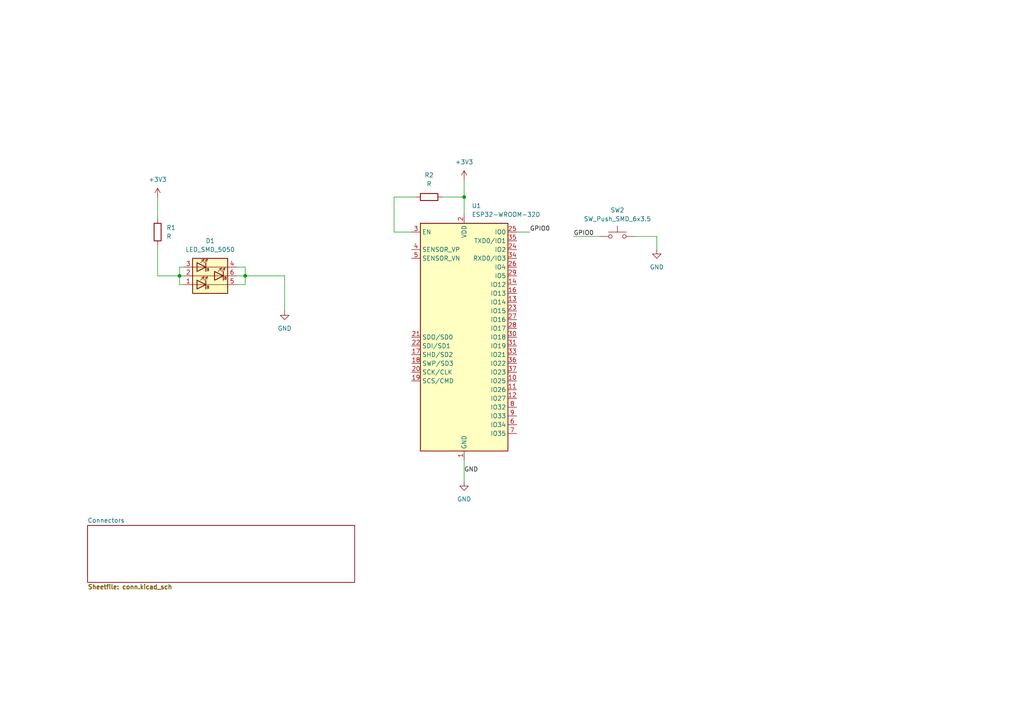
<source format=kicad_sch>
(kicad_sch (version 20231120) (generator "eeschema") (generator_version "8.0")
  (paper "A4")
  (lib_symbols
    (symbol "Alexander_Library_Symbols:LED_SMD_5050" (pin_names hide)
      (property "Reference" "D" (at -5.08 6.35 0))
      (property "Value" "LED_SMD_5050" (at -5.08 -6.35 0))
      (symbol "LED_SMD_5050_0_0"
        (text "B" (at -0.635 -3.3274 0) (effects (font (size 0.762 0.762))))
      )
      (symbol "LED_SMD_5050_0_1"
        (rectangle (start -5.08 5.08) (end 5.08 -5.08) (stroke (width 0.254)) (fill (type background)))
        (polyline (pts (xy -5.08 -2.54) (xy 5.08 -2.54)))
        (polyline (pts (xy -5.08 0) (xy 5.08 0)))
        (polyline (pts (xy -5.08 2.54) (xy 5.08 2.54)))
        (polyline (pts (xy -2.794 -1.27) (xy -1.778 -0.254)))
        (polyline (pts (xy -2.794 3.81) (xy -1.778 4.826)))
        (polyline (pts (xy -1.778 -1.27) (xy -0.762 -0.254)))
        (polyline (pts (xy -1.778 3.81) (xy -0.762 4.826)))
        (polyline (pts (xy -1.27 -1.27) (xy -1.27 -3.81)) (stroke (width 0.254)))
        (polyline (pts (xy -1.27 3.81) (xy -1.27 1.27)) (stroke (width 0.254)))
        (polyline (pts (xy 2.286 1.27) (xy 3.302 2.286)))
        (polyline (pts (xy 3.302 1.27) (xy 4.318 2.286)))
        (polyline (pts (xy 3.81 1.27) (xy 3.81 -1.27)) (stroke (width 0.254)))
        (polyline (pts (xy -2.54 4.572) (xy -1.778 4.826) (xy -2.032 4.064)))
        (polyline (pts (xy -2.032 -1.016) (xy -1.778 -0.254) (xy -2.54 -0.508)))
        (polyline (pts (xy -1.524 -0.508) (xy -0.762 -0.254) (xy -1.016 -1.016)))
        (polyline (pts (xy -1.524 4.572) (xy -0.762 4.826) (xy -1.016 4.064)))
        (polyline (pts (xy 3.048 1.524) (xy 3.302 2.286) (xy 2.54 2.032)))
        (polyline (pts (xy 3.556 2.032) (xy 4.318 2.286) (xy 4.064 1.524)))
        (polyline (pts (xy -3.81 -1.27) (xy -3.81 -3.81) (xy -1.27 -2.54) (xy -3.81 -1.27)) (stroke (width 0.254)))
        (polyline (pts (xy -3.81 3.81) (xy -3.81 1.27) (xy -1.27 2.54) (xy -3.81 3.81)) (stroke (width 0.254)))
        (polyline (pts (xy 1.27 1.27) (xy 1.27 -1.27) (xy 3.81 0) (xy 1.27 1.27)) (stroke (width 0.254)))
      )
      (symbol "LED_SMD_5050_1_0"
        (text "B" (at -0.635 1.8034 0) (effects (font (size 0.762 0.762))))
        (text "B" (at 4.4196 -0.7112 0) (effects (font (size 0.762 0.762))))
      )
      (symbol "LED_SMD_5050_1_1"
        (pin passive line (at -7.62 -2.54 0) (length 2.54) (name "AB") (number "1"))
        (pin passive line (at -7.62 0 0) (length 2.54) (name "KB") (number "2"))
        (pin passive line (at -7.62 2.54 0) (length 2.54) (name "AR") (number "3"))
        (pin passive line (at 7.62 2.54 180) (length 2.54) (name "KR") (number "4"))
        (pin passive line (at 7.62 -2.54 180) (length 2.54) (name "AG") (number "5"))
        (pin passive line (at 7.62 0 180) (length 2.54) (name "KR") (number "6"))
      )
    )
    (symbol "Alexander_Library_Symbols:SW_Push_SMD_6x3.5" (pin_numbers hide) (pin_names (offset 1.016) hide)
      (property "Reference" "SW" (at 1.27 2.54 0))
      (property "Value" "SW_Push_SMD_6x3.5" (at 0 -1.524 0))
      (symbol "SW_Push_SMD_6x3.5_0_1"
        (circle (center -2.032 0) (radius 0.508))
        (polyline (pts (xy 0 1.27) (xy 0 3.048)))
        (polyline (pts (xy 2.54 1.27) (xy -2.54 1.27)))
        (circle (center 2.032 0) (radius 0.508))
        (pin passive line (at -5.08 0 0) (length 2.54) (name "1") (number "1"))
        (pin passive line (at 5.08 0 180) (length 2.54) (name "2") (number "2"))
      )
    )
    (symbol "Device:R" (pin_numbers hide) (pin_names (offset 0))
      (property "Reference" "R" (at 2.032 0 90))
      (property "Value" "R" (at 0 0 90))
      (symbol "R_0_1"
        (rectangle (start -1.016 -2.54) (end 1.016 2.54) (stroke (width 0.254)))
      )
      (symbol "R_1_1"
        (pin passive line (at 0 3.81 270) (length 1.27) (name "~") (number "1"))
        (pin passive line (at 0 -3.81 90) (length 1.27) (name "~") (number "2"))
      )
    )
    (symbol "RF_Module:ESP32-WROOM-32D"
      (property "Reference" "U" (at -12.7 34.29 0))
      (property "Value" "ESP32-WROOM-32D" (at 1.27 34.29 0))
      (symbol "ESP32-WROOM-32D_0_1"
        (rectangle (start -12.7 33.02) (end 12.7 -33.02) (stroke (width 0.254)) (fill (type background)))
      )
      (symbol "ESP32-WROOM-32D_1_1"
        (pin power_in line (at 0 -35.56 90) (length 2.54) (name "GND") (number "1"))
        (pin bidirectional line (at 15.24 -12.7 180) (length 2.54) (name "IO25") (number "10"))
        (pin bidirectional line (at 15.24 -15.24 180) (length 2.54) (name "IO26") (number "11"))
        (pin bidirectional line (at 15.24 -17.78 180) (length 2.54) (name "IO27") (number "12"))
        (pin bidirectional line (at 15.24 10.16 180) (length 2.54) (name "IO14") (number "13"))
        (pin bidirectional line (at 15.24 15.24 180) (length 2.54) (name "IO12") (number "14"))
        (pin passive line (at 0 -35.56 90) (length 2.54) hide (name "GND") (number "15"))
        (pin bidirectional line (at 15.24 12.7 180) (length 2.54) (name "IO13") (number "16"))
        (pin bidirectional line (at -15.24 -5.08 0) (length 2.54) (name "SHD/SD2") (number "17"))
        (pin bidirectional line (at -15.24 -7.62 0) (length 2.54) (name "SWP/SD3") (number "18"))
        (pin bidirectional line (at -15.24 -12.7 0) (length 2.54) (name "SCS/CMD") (number "19"))
        (pin power_in line (at 0 35.56 270) (length 2.54) (name "VDD") (number "2"))
        (pin bidirectional line (at -15.24 -10.16 0) (length 2.54) (name "SCK/CLK") (number "20"))
        (pin bidirectional line (at -15.24 0 0) (length 2.54) (name "SDO/SD0") (number "21"))
        (pin bidirectional line (at -15.24 -2.54 0) (length 2.54) (name "SDI/SD1") (number "22"))
        (pin bidirectional line (at 15.24 7.62 180) (length 2.54) (name "IO15") (number "23"))
        (pin bidirectional line (at 15.24 25.4 180) (length 2.54) (name "IO2") (number "24"))
        (pin bidirectional line (at 15.24 30.48 180) (length 2.54) (name "IO0") (number "25"))
        (pin bidirectional line (at 15.24 20.32 180) (length 2.54) (name "IO4") (number "26"))
        (pin bidirectional line (at 15.24 5.08 180) (length 2.54) (name "IO16") (number "27"))
        (pin bidirectional line (at 15.24 2.54 180) (length 2.54) (name "IO17") (number "28"))
        (pin bidirectional line (at 15.24 17.78 180) (length 2.54) (name "IO5") (number "29"))
        (pin input line (at -15.24 30.48 0) (length 2.54) (name "EN") (number "3"))
        (pin bidirectional line (at 15.24 0 180) (length 2.54) (name "IO18") (number "30"))
        (pin bidirectional line (at 15.24 -2.54 180) (length 2.54) (name "IO19") (number "31"))
        (pin no_connect line (at -12.7 -27.94 0) (length 2.54) hide (name "NC") (number "32"))
        (pin bidirectional line (at 15.24 -5.08 180) (length 2.54) (name "IO21") (number "33"))
        (pin bidirectional line (at 15.24 22.86 180) (length 2.54) (name "RXD0/IO3") (number "34"))
        (pin bidirectional line (at 15.24 27.94 180) (length 2.54) (name "TXD0/IO1") (number "35"))
        (pin bidirectional line (at 15.24 -7.62 180) (length 2.54) (name "IO22") (number "36"))
        (pin bidirectional line (at 15.24 -10.16 180) (length 2.54) (name "IO23") (number "37"))
        (pin passive line (at 0 -35.56 90) (length 2.54) hide (name "GND") (number "38"))
        (pin passive line (at 0 -35.56 90) (length 2.54) hide (name "GND") (number "39"))
        (pin input line (at -15.24 25.4 0) (length 2.54) (name "SENSOR_VP") (number "4"))
        (pin input line (at -15.24 22.86 0) (length 2.54) (name "SENSOR_VN") (number "5"))
        (pin input line (at 15.24 -25.4 180) (length 2.54) (name "IO34") (number "6"))
        (pin input line (at 15.24 -27.94 180) (length 2.54) (name "IO35") (number "7"))
        (pin bidirectional line (at 15.24 -20.32 180) (length 2.54) (name "IO32") (number "8"))
        (pin bidirectional line (at 15.24 -22.86 180) (length 2.54) (name "IO33") (number "9"))
      )
    )
    (symbol "power:+3V3" (power) (pin_numbers hide) (pin_names (offset 0) hide)
      (property "Value" "+3V3" (at 0 3.556 0))
      (symbol "+3V3_0_1"
        (polyline (pts (xy -0.762 1.27) (xy 0 2.54)))
        (polyline (pts (xy 0 0) (xy 0 2.54)))
        (polyline (pts (xy 0 2.54) (xy 0.762 1.27)))
      )
      (symbol "+3V3_1_1"
        (pin power_in line (at 0 0 90) (length 0) (name "~") (number "1"))
      )
    )
    (symbol "power:GND" (power) (pin_numbers hide) (pin_names (offset 0) hide)
      (property "Value" "GND" (at 0 -3.81 0))
      (symbol "GND_0_1"
        (polyline (pts (xy 0 0) (xy 0 -1.27) (xy 1.27 -1.27) (xy 0 -2.54) (xy -1.27 -1.27) (xy 0 -1.27)))
      )
      (symbol "GND_1_1"
        (pin power_in line (at 0 0 270) (length 0) (name "~") (number "1"))
      )
    )
  )
  (junction (at 52.07 80.01))
  (junction (at 134.62 57.15))
  (junction (at 71.12 80.01))
  (wire (pts (xy 128.27 57.15) (xy 134.62 57.15)))
  (wire (pts (xy 190.5 68.58) (xy 190.5 72.39)))
  (wire (pts (xy 71.12 82.55) (xy 71.12 80.01)))
  (wire (pts (xy 71.12 80.01) (xy 82.55 80.01)))
  (wire (pts (xy 68.58 82.55) (xy 71.12 82.55)))
  (wire (pts (xy 45.72 71.12) (xy 45.72 80.01)))
  (wire (pts (xy 134.62 52.07) (xy 134.62 57.15)))
  (wire (pts (xy 71.12 77.47) (xy 71.12 80.01)))
  (wire (pts (xy 68.58 77.47) (xy 71.12 77.47)))
  (wire (pts (xy 52.07 80.01) (xy 53.34 80.01)))
  (wire (pts (xy 166.37 68.58) (xy 173.99 68.58)))
  (wire (pts (xy 45.72 80.01) (xy 52.07 80.01)))
  (wire (pts (xy 114.3 67.31) (xy 114.3 57.15)))
  (wire (pts (xy 82.55 80.01) (xy 82.55 90.17)))
  (wire (pts (xy 52.07 82.55) (xy 52.07 80.01)))
  (wire (pts (xy 119.38 67.31) (xy 114.3 67.31)))
  (wire (pts (xy 68.58 80.01) (xy 71.12 80.01)))
  (wire (pts (xy 134.62 133.35) (xy 134.62 139.7)))
  (wire (pts (xy 45.72 57.15) (xy 45.72 63.5)))
  (wire (pts (xy 114.3 57.15) (xy 120.65 57.15)))
  (wire (pts (xy 134.62 57.15) (xy 134.62 62.23)))
  (wire (pts (xy 149.86 67.31) (xy 153.67 67.31)))
  (wire (pts (xy 52.07 77.47) (xy 52.07 80.01)))
  (wire (pts (xy 53.34 77.47) (xy 52.07 77.47)))
  (wire (pts (xy 53.34 82.55) (xy 52.07 82.55)))
  (wire (pts (xy 184.15 68.58) (xy 190.5 68.58)))
  (label "GND" (at 134.62 137.16 0))
  (label "GPIO0" (at 166.37 68.58 0))
  (label "GPIO0" (at 153.67 67.31 0))
  (symbol (lib_id "Alexander_Library_Symbols:SW_Push_SMD_6x3.5") (at 179.07 68.58 0) (unit 1)
    (property "Reference" "SW2" (at 179.07 60.96 0))
    (property "Value" "SW_Push_SMD_6x3.5" (at 179.07 63.5 0))
    (property "Footprint" "Alexander Footprint Library:SW_PUSH_6x3.5mm" (effects (hide yes)))
  )
  (symbol (lib_id "power:+3V3") (at 45.72 57.15 0) (unit 1)
    (property "Reference" "#PWR05" (effects (hide yes)))
    (property "Value" "+3V3" (at 45.72 52.07 0))
    (property "Description" "Power symbol creates a global label with name \"+3V3\"" (effects (hide yes)))
  )
  (symbol (lib_id "power:+3V3") (at 134.62 52.07 0) (unit 1)
    (property "Reference" "#PWR02" (effects (hide yes)))
    (property "Value" "+3V3" (at 134.62 46.99 0))
    (property "Description" "Power symbol creates a global label with name \"+3V3\"" (effects (hide yes)))
  )
  (symbol (lib_id "RF_Module:ESP32-WROOM-32D") (at 134.62 97.79 0) (unit 1)
    (property "Reference" "U1" (at 136.8141 59.69 0) (effects (justify left)))
    (property "Value" "ESP32-WROOM-32D" (at 136.8141 62.23 0) (effects (justify left)))
    (property "Footprint" "Alexander Footprint Library:ESP32-WROOM-Adapter-Legacy-v3" (effects (hide yes)))
    (property "Datasheet" "https://www.espressif.com/sites/default/files/documentation/esp32-wroom-32d_esp32-wroom-32u_datasheet_en.pdf" (effects (hide yes)))
  )
  (symbol (lib_id "Alexander_Library_Symbols:LED_SMD_5050") (at 60.96 80.01 0) (unit 1)
    (property "Reference" "D1" (at 60.96 69.85 0))
    (property "Value" "LED_SMD_5050" (at 60.96 72.39 0))
    (property "Footprint" "Alexander Footprint Library:LED_5050-6" (effects (hide yes)))
    (property "Datasheet" "https://www.cree.com/led-components/media/documents/CLS6B-FKW.pdf" (effects (hide yes)))
    (property "Description" "Cree PLCC6 3 in 1 SMD LED, PLCC-6" (effects (hide yes)))
  )
  (symbol (lib_id "Device:R") (at 45.72 67.31 0) (unit 1)
    (property "Reference" "R1" (at 48.26 66.0399 0) (effects (justify left)))
    (property "Value" "R" (at 48.26 68.5799 0) (effects (justify left)))
    (property "Footprint" "Resistor_SMD:R_1206_3216Metric_Pad1.30x1.75mm_HandSolder" (effects (hide yes)))
    (property "Description" "Resistor" (effects (hide yes)))
  )
  (symbol (lib_id "power:GND") (at 82.55 90.17 0) (unit 1)
    (property "Reference" "#PWR04" (effects (hide yes)))
    (property "Value" "GND" (at 82.55 95.25 0))
    (property "Description" "Power symbol creates a global label with name \"GND\" , ground" (effects (hide yes)))
  )
  (symbol (lib_id "power:GND") (at 190.5 72.39 0) (unit 1)
    (property "Reference" "#PWR06" (effects (hide yes)))
    (property "Value" "GND" (at 190.5 77.47 0))
    (property "Description" "Power symbol creates a global label with name \"GND\" , ground" (effects (hide yes)))
  )
  (symbol (lib_id "power:GND") (at 134.62 139.7 0) (unit 1)
    (property "Reference" "#PWR03" (effects (hide yes)))
    (property "Value" "GND" (at 134.62 144.78 0))
    (property "Description" "Power symbol creates a global label with name \"GND\" , ground" (effects (hide yes)))
  )
  (symbol (lib_id "Device:R") (at 124.46 57.15 270) (unit 1)
    (property "Reference" "R2" (at 124.46 50.8 90))
    (property "Value" "R" (at 124.46 53.34 90))
    (property "Footprint" "Resistor_SMD:R_1206_3216Metric_Pad1.30x1.75mm_HandSolder" (effects (hide yes)))
    (property "Description" "Resistor" (effects (hide yes)))
  )
  (sheet (at 25.4 152.4) (size 77.47 16.51) (stroke (width 0.1524) (color 132 0 0 1))
    (property "Sheetname" "Connectors" (at 25.4 151.6884 0) (effects (justify left bottom)))
    (property "Sheetfile" "conn.kicad_sch" (at 25.4 169.4946 0) (show_name yes) (effects (font (bold yes)) (justify left top)))
  )
)
</source>
